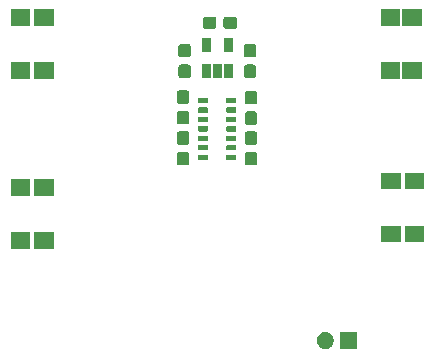
<source format=gbr>
G04 #@! TF.GenerationSoftware,KiCad,Pcbnew,(5.1.6-0-10_14)*
G04 #@! TF.CreationDate,2020-09-10T17:51:43+08:00*
G04 #@! TF.ProjectId,Watch_F4,57617463-685f-4463-942e-6b696361645f,rev?*
G04 #@! TF.SameCoordinates,Original*
G04 #@! TF.FileFunction,Soldermask,Bot*
G04 #@! TF.FilePolarity,Negative*
%FSLAX46Y46*%
G04 Gerber Fmt 4.6, Leading zero omitted, Abs format (unit mm)*
G04 Created by KiCad (PCBNEW (5.1.6-0-10_14)) date 2020-09-10 17:51:43*
%MOMM*%
%LPD*%
G01*
G04 APERTURE LIST*
%ADD10C,0.100000*%
G04 APERTURE END LIST*
D10*
G36*
X159875000Y-124625000D02*
G01*
X158425000Y-124625000D01*
X158425000Y-123175000D01*
X159875000Y-123175000D01*
X159875000Y-124625000D01*
G37*
G36*
X157291440Y-123188930D02*
G01*
X157361475Y-123202861D01*
X157493416Y-123257513D01*
X157612161Y-123336856D01*
X157713144Y-123437839D01*
X157792487Y-123556584D01*
X157847139Y-123688525D01*
X157875000Y-123828594D01*
X157875000Y-123971406D01*
X157847139Y-124111475D01*
X157792487Y-124243416D01*
X157713144Y-124362161D01*
X157612161Y-124463144D01*
X157493416Y-124542487D01*
X157361475Y-124597139D01*
X157291441Y-124611069D01*
X157221408Y-124625000D01*
X157078592Y-124625000D01*
X157008559Y-124611069D01*
X156938525Y-124597139D01*
X156806584Y-124542487D01*
X156687839Y-124463144D01*
X156586856Y-124362161D01*
X156507513Y-124243416D01*
X156452861Y-124111475D01*
X156425000Y-123971406D01*
X156425000Y-123828594D01*
X156452861Y-123688525D01*
X156507513Y-123556584D01*
X156586856Y-123437839D01*
X156687839Y-123336856D01*
X156806584Y-123257513D01*
X156938525Y-123202861D01*
X157008560Y-123188930D01*
X157078592Y-123175000D01*
X157221408Y-123175000D01*
X157291440Y-123188930D01*
G37*
G36*
X134155000Y-116150000D02*
G01*
X132505000Y-116150000D01*
X132505000Y-114750000D01*
X134155000Y-114750000D01*
X134155000Y-116150000D01*
G37*
G36*
X132195000Y-116150000D02*
G01*
X130545000Y-116150000D01*
X130545000Y-114750000D01*
X132195000Y-114750000D01*
X132195000Y-116150000D01*
G37*
G36*
X165525000Y-115600000D02*
G01*
X163875000Y-115600000D01*
X163875000Y-114200000D01*
X165525000Y-114200000D01*
X165525000Y-115600000D01*
G37*
G36*
X163565000Y-115600000D02*
G01*
X161915000Y-115600000D01*
X161915000Y-114200000D01*
X163565000Y-114200000D01*
X163565000Y-115600000D01*
G37*
G36*
X134155000Y-111650000D02*
G01*
X132505000Y-111650000D01*
X132505000Y-110250000D01*
X134155000Y-110250000D01*
X134155000Y-111650000D01*
G37*
G36*
X132195000Y-111650000D02*
G01*
X130545000Y-111650000D01*
X130545000Y-110250000D01*
X132195000Y-110250000D01*
X132195000Y-111650000D01*
G37*
G36*
X165525000Y-111100000D02*
G01*
X163875000Y-111100000D01*
X163875000Y-109700000D01*
X165525000Y-109700000D01*
X165525000Y-111100000D01*
G37*
G36*
X163565000Y-111100000D02*
G01*
X161915000Y-111100000D01*
X161915000Y-109700000D01*
X163565000Y-109700000D01*
X163565000Y-111100000D01*
G37*
G36*
X145453785Y-107949800D02*
G01*
X145498292Y-107963302D01*
X145539316Y-107985229D01*
X145575266Y-108014734D01*
X145604771Y-108050684D01*
X145626698Y-108091708D01*
X145640200Y-108136215D01*
X145645000Y-108184954D01*
X145645000Y-108855046D01*
X145640200Y-108903785D01*
X145626698Y-108948292D01*
X145604771Y-108989316D01*
X145575266Y-109025266D01*
X145539316Y-109054771D01*
X145498292Y-109076698D01*
X145453785Y-109090200D01*
X145405046Y-109095000D01*
X144834954Y-109095000D01*
X144786215Y-109090200D01*
X144741708Y-109076698D01*
X144700684Y-109054771D01*
X144664734Y-109025266D01*
X144635229Y-108989316D01*
X144613302Y-108948292D01*
X144599800Y-108903785D01*
X144595000Y-108855046D01*
X144595000Y-108184954D01*
X144599800Y-108136215D01*
X144613302Y-108091708D01*
X144635229Y-108050684D01*
X144664734Y-108014734D01*
X144700684Y-107985229D01*
X144741708Y-107963302D01*
X144786215Y-107949800D01*
X144834954Y-107945000D01*
X145405046Y-107945000D01*
X145453785Y-107949800D01*
G37*
G36*
X151203785Y-107944800D02*
G01*
X151248292Y-107958302D01*
X151289316Y-107980229D01*
X151325266Y-108009734D01*
X151354771Y-108045684D01*
X151376698Y-108086708D01*
X151390200Y-108131215D01*
X151395000Y-108179954D01*
X151395000Y-108850046D01*
X151390200Y-108898785D01*
X151376698Y-108943292D01*
X151354771Y-108984316D01*
X151325266Y-109020266D01*
X151289316Y-109049771D01*
X151248292Y-109071698D01*
X151203785Y-109085200D01*
X151155046Y-109090000D01*
X150584954Y-109090000D01*
X150536215Y-109085200D01*
X150491708Y-109071698D01*
X150450684Y-109049771D01*
X150414734Y-109020266D01*
X150385229Y-108984316D01*
X150363302Y-108943292D01*
X150349800Y-108898785D01*
X150345000Y-108850046D01*
X150345000Y-108179954D01*
X150349800Y-108131215D01*
X150363302Y-108086708D01*
X150385229Y-108045684D01*
X150414734Y-108009734D01*
X150450684Y-107980229D01*
X150491708Y-107958302D01*
X150536215Y-107944800D01*
X150584954Y-107940000D01*
X151155046Y-107940000D01*
X151203785Y-107944800D01*
G37*
G36*
X149554525Y-108176918D02*
G01*
X149570892Y-108181883D01*
X149585978Y-108189948D01*
X149599201Y-108200799D01*
X149610052Y-108214022D01*
X149618117Y-108229108D01*
X149623082Y-108245475D01*
X149625000Y-108264954D01*
X149625000Y-108535046D01*
X149623082Y-108554525D01*
X149618117Y-108570892D01*
X149610052Y-108585978D01*
X149599201Y-108599201D01*
X149585978Y-108610052D01*
X149570892Y-108618117D01*
X149554525Y-108623082D01*
X149535046Y-108625000D01*
X148864954Y-108625000D01*
X148845475Y-108623082D01*
X148829108Y-108618117D01*
X148814022Y-108610052D01*
X148800799Y-108599201D01*
X148789948Y-108585978D01*
X148781883Y-108570892D01*
X148776918Y-108554525D01*
X148775000Y-108535046D01*
X148775000Y-108264954D01*
X148776918Y-108245475D01*
X148781883Y-108229108D01*
X148789948Y-108214022D01*
X148800799Y-108200799D01*
X148814022Y-108189948D01*
X148829108Y-108181883D01*
X148845475Y-108176918D01*
X148864954Y-108175000D01*
X149535046Y-108175000D01*
X149554525Y-108176918D01*
G37*
G36*
X147154525Y-108176918D02*
G01*
X147170892Y-108181883D01*
X147185978Y-108189948D01*
X147199201Y-108200799D01*
X147210052Y-108214022D01*
X147218117Y-108229108D01*
X147223082Y-108245475D01*
X147225000Y-108264954D01*
X147225000Y-108535046D01*
X147223082Y-108554525D01*
X147218117Y-108570892D01*
X147210052Y-108585978D01*
X147199201Y-108599201D01*
X147185978Y-108610052D01*
X147170892Y-108618117D01*
X147154525Y-108623082D01*
X147135046Y-108625000D01*
X146464954Y-108625000D01*
X146445475Y-108623082D01*
X146429108Y-108618117D01*
X146414022Y-108610052D01*
X146400799Y-108599201D01*
X146389948Y-108585978D01*
X146381883Y-108570892D01*
X146376918Y-108554525D01*
X146375000Y-108535046D01*
X146375000Y-108264954D01*
X146376918Y-108245475D01*
X146381883Y-108229108D01*
X146389948Y-108214022D01*
X146400799Y-108200799D01*
X146414022Y-108189948D01*
X146429108Y-108181883D01*
X146445475Y-108176918D01*
X146464954Y-108175000D01*
X147135046Y-108175000D01*
X147154525Y-108176918D01*
G37*
G36*
X147154525Y-107376918D02*
G01*
X147170892Y-107381883D01*
X147185978Y-107389948D01*
X147199201Y-107400799D01*
X147210052Y-107414022D01*
X147218117Y-107429108D01*
X147223082Y-107445475D01*
X147225000Y-107464954D01*
X147225000Y-107735046D01*
X147223082Y-107754525D01*
X147218117Y-107770892D01*
X147210052Y-107785978D01*
X147199201Y-107799201D01*
X147185978Y-107810052D01*
X147170892Y-107818117D01*
X147154525Y-107823082D01*
X147135046Y-107825000D01*
X146464954Y-107825000D01*
X146445475Y-107823082D01*
X146429108Y-107818117D01*
X146414022Y-107810052D01*
X146400799Y-107799201D01*
X146389948Y-107785978D01*
X146381883Y-107770892D01*
X146376918Y-107754525D01*
X146375000Y-107735046D01*
X146375000Y-107464954D01*
X146376918Y-107445475D01*
X146381883Y-107429108D01*
X146389948Y-107414022D01*
X146400799Y-107400799D01*
X146414022Y-107389948D01*
X146429108Y-107381883D01*
X146445475Y-107376918D01*
X146464954Y-107375000D01*
X147135046Y-107375000D01*
X147154525Y-107376918D01*
G37*
G36*
X149554525Y-107376918D02*
G01*
X149570892Y-107381883D01*
X149585978Y-107389948D01*
X149599201Y-107400799D01*
X149610052Y-107414022D01*
X149618117Y-107429108D01*
X149623082Y-107445475D01*
X149625000Y-107464954D01*
X149625000Y-107735046D01*
X149623082Y-107754525D01*
X149618117Y-107770892D01*
X149610052Y-107785978D01*
X149599201Y-107799201D01*
X149585978Y-107810052D01*
X149570892Y-107818117D01*
X149554525Y-107823082D01*
X149535046Y-107825000D01*
X148864954Y-107825000D01*
X148845475Y-107823082D01*
X148829108Y-107818117D01*
X148814022Y-107810052D01*
X148800799Y-107799201D01*
X148789948Y-107785978D01*
X148781883Y-107770892D01*
X148776918Y-107754525D01*
X148775000Y-107735046D01*
X148775000Y-107464954D01*
X148776918Y-107445475D01*
X148781883Y-107429108D01*
X148789948Y-107414022D01*
X148800799Y-107400799D01*
X148814022Y-107389948D01*
X148829108Y-107381883D01*
X148845475Y-107376918D01*
X148864954Y-107375000D01*
X149535046Y-107375000D01*
X149554525Y-107376918D01*
G37*
G36*
X145453785Y-106199800D02*
G01*
X145498292Y-106213302D01*
X145539316Y-106235229D01*
X145575266Y-106264734D01*
X145604771Y-106300684D01*
X145626698Y-106341708D01*
X145640200Y-106386215D01*
X145645000Y-106434954D01*
X145645000Y-107105046D01*
X145640200Y-107153785D01*
X145626698Y-107198292D01*
X145604771Y-107239316D01*
X145575266Y-107275266D01*
X145539316Y-107304771D01*
X145498292Y-107326698D01*
X145453785Y-107340200D01*
X145405046Y-107345000D01*
X144834954Y-107345000D01*
X144786215Y-107340200D01*
X144741708Y-107326698D01*
X144700684Y-107304771D01*
X144664734Y-107275266D01*
X144635229Y-107239316D01*
X144613302Y-107198292D01*
X144599800Y-107153785D01*
X144595000Y-107105046D01*
X144595000Y-106434954D01*
X144599800Y-106386215D01*
X144613302Y-106341708D01*
X144635229Y-106300684D01*
X144664734Y-106264734D01*
X144700684Y-106235229D01*
X144741708Y-106213302D01*
X144786215Y-106199800D01*
X144834954Y-106195000D01*
X145405046Y-106195000D01*
X145453785Y-106199800D01*
G37*
G36*
X151203785Y-106194800D02*
G01*
X151248292Y-106208302D01*
X151289316Y-106230229D01*
X151325266Y-106259734D01*
X151354771Y-106295684D01*
X151376698Y-106336708D01*
X151390200Y-106381215D01*
X151395000Y-106429954D01*
X151395000Y-107100046D01*
X151390200Y-107148785D01*
X151376698Y-107193292D01*
X151354771Y-107234316D01*
X151325266Y-107270266D01*
X151289316Y-107299771D01*
X151248292Y-107321698D01*
X151203785Y-107335200D01*
X151155046Y-107340000D01*
X150584954Y-107340000D01*
X150536215Y-107335200D01*
X150491708Y-107321698D01*
X150450684Y-107299771D01*
X150414734Y-107270266D01*
X150385229Y-107234316D01*
X150363302Y-107193292D01*
X150349800Y-107148785D01*
X150345000Y-107100046D01*
X150345000Y-106429954D01*
X150349800Y-106381215D01*
X150363302Y-106336708D01*
X150385229Y-106295684D01*
X150414734Y-106259734D01*
X150450684Y-106230229D01*
X150491708Y-106208302D01*
X150536215Y-106194800D01*
X150584954Y-106190000D01*
X151155046Y-106190000D01*
X151203785Y-106194800D01*
G37*
G36*
X149554525Y-106576918D02*
G01*
X149570892Y-106581883D01*
X149585978Y-106589948D01*
X149599201Y-106600799D01*
X149610052Y-106614022D01*
X149618117Y-106629108D01*
X149623082Y-106645475D01*
X149625000Y-106664954D01*
X149625000Y-106935046D01*
X149623082Y-106954525D01*
X149618117Y-106970892D01*
X149610052Y-106985978D01*
X149599201Y-106999201D01*
X149585978Y-107010052D01*
X149570892Y-107018117D01*
X149554525Y-107023082D01*
X149535046Y-107025000D01*
X148864954Y-107025000D01*
X148845475Y-107023082D01*
X148829108Y-107018117D01*
X148814022Y-107010052D01*
X148800799Y-106999201D01*
X148789948Y-106985978D01*
X148781883Y-106970892D01*
X148776918Y-106954525D01*
X148775000Y-106935046D01*
X148775000Y-106664954D01*
X148776918Y-106645475D01*
X148781883Y-106629108D01*
X148789948Y-106614022D01*
X148800799Y-106600799D01*
X148814022Y-106589948D01*
X148829108Y-106581883D01*
X148845475Y-106576918D01*
X148864954Y-106575000D01*
X149535046Y-106575000D01*
X149554525Y-106576918D01*
G37*
G36*
X147154525Y-106576918D02*
G01*
X147170892Y-106581883D01*
X147185978Y-106589948D01*
X147199201Y-106600799D01*
X147210052Y-106614022D01*
X147218117Y-106629108D01*
X147223082Y-106645475D01*
X147225000Y-106664954D01*
X147225000Y-106935046D01*
X147223082Y-106954525D01*
X147218117Y-106970892D01*
X147210052Y-106985978D01*
X147199201Y-106999201D01*
X147185978Y-107010052D01*
X147170892Y-107018117D01*
X147154525Y-107023082D01*
X147135046Y-107025000D01*
X146464954Y-107025000D01*
X146445475Y-107023082D01*
X146429108Y-107018117D01*
X146414022Y-107010052D01*
X146400799Y-106999201D01*
X146389948Y-106985978D01*
X146381883Y-106970892D01*
X146376918Y-106954525D01*
X146375000Y-106935046D01*
X146375000Y-106664954D01*
X146376918Y-106645475D01*
X146381883Y-106629108D01*
X146389948Y-106614022D01*
X146400799Y-106600799D01*
X146414022Y-106589948D01*
X146429108Y-106581883D01*
X146445475Y-106576918D01*
X146464954Y-106575000D01*
X147135046Y-106575000D01*
X147154525Y-106576918D01*
G37*
G36*
X147154525Y-105776918D02*
G01*
X147170892Y-105781883D01*
X147185978Y-105789948D01*
X147199201Y-105800799D01*
X147210052Y-105814022D01*
X147218117Y-105829108D01*
X147223082Y-105845475D01*
X147225000Y-105864954D01*
X147225000Y-106135046D01*
X147223082Y-106154525D01*
X147218117Y-106170892D01*
X147210052Y-106185978D01*
X147199201Y-106199201D01*
X147185978Y-106210052D01*
X147170892Y-106218117D01*
X147154525Y-106223082D01*
X147135046Y-106225000D01*
X146464954Y-106225000D01*
X146445475Y-106223082D01*
X146429108Y-106218117D01*
X146414022Y-106210052D01*
X146400799Y-106199201D01*
X146389948Y-106185978D01*
X146381883Y-106170892D01*
X146376918Y-106154525D01*
X146375000Y-106135046D01*
X146375000Y-105864954D01*
X146376918Y-105845475D01*
X146381883Y-105829108D01*
X146389948Y-105814022D01*
X146400799Y-105800799D01*
X146414022Y-105789948D01*
X146429108Y-105781883D01*
X146445475Y-105776918D01*
X146464954Y-105775000D01*
X147135046Y-105775000D01*
X147154525Y-105776918D01*
G37*
G36*
X149554525Y-105776918D02*
G01*
X149570892Y-105781883D01*
X149585978Y-105789948D01*
X149599201Y-105800799D01*
X149610052Y-105814022D01*
X149618117Y-105829108D01*
X149623082Y-105845475D01*
X149625000Y-105864954D01*
X149625000Y-106135046D01*
X149623082Y-106154525D01*
X149618117Y-106170892D01*
X149610052Y-106185978D01*
X149599201Y-106199201D01*
X149585978Y-106210052D01*
X149570892Y-106218117D01*
X149554525Y-106223082D01*
X149535046Y-106225000D01*
X148864954Y-106225000D01*
X148845475Y-106223082D01*
X148829108Y-106218117D01*
X148814022Y-106210052D01*
X148800799Y-106199201D01*
X148789948Y-106185978D01*
X148781883Y-106170892D01*
X148776918Y-106154525D01*
X148775000Y-106135046D01*
X148775000Y-105864954D01*
X148776918Y-105845475D01*
X148781883Y-105829108D01*
X148789948Y-105814022D01*
X148800799Y-105800799D01*
X148814022Y-105789948D01*
X148829108Y-105781883D01*
X148845475Y-105776918D01*
X148864954Y-105775000D01*
X149535046Y-105775000D01*
X149554525Y-105776918D01*
G37*
G36*
X151203785Y-104524800D02*
G01*
X151248292Y-104538302D01*
X151289316Y-104560229D01*
X151325266Y-104589734D01*
X151354771Y-104625684D01*
X151376698Y-104666708D01*
X151390200Y-104711215D01*
X151395000Y-104759954D01*
X151395000Y-105430046D01*
X151390200Y-105478785D01*
X151376698Y-105523292D01*
X151354771Y-105564316D01*
X151325266Y-105600266D01*
X151289316Y-105629771D01*
X151248292Y-105651698D01*
X151203785Y-105665200D01*
X151155046Y-105670000D01*
X150584954Y-105670000D01*
X150536215Y-105665200D01*
X150491708Y-105651698D01*
X150450684Y-105629771D01*
X150414734Y-105600266D01*
X150385229Y-105564316D01*
X150363302Y-105523292D01*
X150349800Y-105478785D01*
X150345000Y-105430046D01*
X150345000Y-104759954D01*
X150349800Y-104711215D01*
X150363302Y-104666708D01*
X150385229Y-104625684D01*
X150414734Y-104589734D01*
X150450684Y-104560229D01*
X150491708Y-104538302D01*
X150536215Y-104524800D01*
X150584954Y-104520000D01*
X151155046Y-104520000D01*
X151203785Y-104524800D01*
G37*
G36*
X145443785Y-104479800D02*
G01*
X145488292Y-104493302D01*
X145529316Y-104515229D01*
X145565266Y-104544734D01*
X145594771Y-104580684D01*
X145616698Y-104621708D01*
X145630200Y-104666215D01*
X145635000Y-104714954D01*
X145635000Y-105385046D01*
X145630200Y-105433785D01*
X145616698Y-105478292D01*
X145594771Y-105519316D01*
X145565266Y-105555266D01*
X145529316Y-105584771D01*
X145488292Y-105606698D01*
X145443785Y-105620200D01*
X145395046Y-105625000D01*
X144824954Y-105625000D01*
X144776215Y-105620200D01*
X144731708Y-105606698D01*
X144690684Y-105584771D01*
X144654734Y-105555266D01*
X144625229Y-105519316D01*
X144603302Y-105478292D01*
X144589800Y-105433785D01*
X144585000Y-105385046D01*
X144585000Y-104714954D01*
X144589800Y-104666215D01*
X144603302Y-104621708D01*
X144625229Y-104580684D01*
X144654734Y-104544734D01*
X144690684Y-104515229D01*
X144731708Y-104493302D01*
X144776215Y-104479800D01*
X144824954Y-104475000D01*
X145395046Y-104475000D01*
X145443785Y-104479800D01*
G37*
G36*
X149554525Y-104976918D02*
G01*
X149570892Y-104981883D01*
X149585978Y-104989948D01*
X149599201Y-105000799D01*
X149610052Y-105014022D01*
X149618117Y-105029108D01*
X149623082Y-105045475D01*
X149625000Y-105064954D01*
X149625000Y-105335046D01*
X149623082Y-105354525D01*
X149618117Y-105370892D01*
X149610052Y-105385978D01*
X149599201Y-105399201D01*
X149585978Y-105410052D01*
X149570892Y-105418117D01*
X149554525Y-105423082D01*
X149535046Y-105425000D01*
X148864954Y-105425000D01*
X148845475Y-105423082D01*
X148829108Y-105418117D01*
X148814022Y-105410052D01*
X148800799Y-105399201D01*
X148789948Y-105385978D01*
X148781883Y-105370892D01*
X148776918Y-105354525D01*
X148775000Y-105335046D01*
X148775000Y-105064954D01*
X148776918Y-105045475D01*
X148781883Y-105029108D01*
X148789948Y-105014022D01*
X148800799Y-105000799D01*
X148814022Y-104989948D01*
X148829108Y-104981883D01*
X148845475Y-104976918D01*
X148864954Y-104975000D01*
X149535046Y-104975000D01*
X149554525Y-104976918D01*
G37*
G36*
X147154525Y-104976918D02*
G01*
X147170892Y-104981883D01*
X147185978Y-104989948D01*
X147199201Y-105000799D01*
X147210052Y-105014022D01*
X147218117Y-105029108D01*
X147223082Y-105045475D01*
X147225000Y-105064954D01*
X147225000Y-105335046D01*
X147223082Y-105354525D01*
X147218117Y-105370892D01*
X147210052Y-105385978D01*
X147199201Y-105399201D01*
X147185978Y-105410052D01*
X147170892Y-105418117D01*
X147154525Y-105423082D01*
X147135046Y-105425000D01*
X146464954Y-105425000D01*
X146445475Y-105423082D01*
X146429108Y-105418117D01*
X146414022Y-105410052D01*
X146400799Y-105399201D01*
X146389948Y-105385978D01*
X146381883Y-105370892D01*
X146376918Y-105354525D01*
X146375000Y-105335046D01*
X146375000Y-105064954D01*
X146376918Y-105045475D01*
X146381883Y-105029108D01*
X146389948Y-105014022D01*
X146400799Y-105000799D01*
X146414022Y-104989948D01*
X146429108Y-104981883D01*
X146445475Y-104976918D01*
X146464954Y-104975000D01*
X147135046Y-104975000D01*
X147154525Y-104976918D01*
G37*
G36*
X149554525Y-104176918D02*
G01*
X149570892Y-104181883D01*
X149585978Y-104189948D01*
X149599201Y-104200799D01*
X149610052Y-104214022D01*
X149618117Y-104229108D01*
X149623082Y-104245475D01*
X149625000Y-104264954D01*
X149625000Y-104535046D01*
X149623082Y-104554525D01*
X149618117Y-104570892D01*
X149610052Y-104585978D01*
X149599201Y-104599201D01*
X149585978Y-104610052D01*
X149570892Y-104618117D01*
X149554525Y-104623082D01*
X149535046Y-104625000D01*
X148864954Y-104625000D01*
X148845475Y-104623082D01*
X148829108Y-104618117D01*
X148814022Y-104610052D01*
X148800799Y-104599201D01*
X148789948Y-104585978D01*
X148781883Y-104570892D01*
X148776918Y-104554525D01*
X148775000Y-104535046D01*
X148775000Y-104264954D01*
X148776918Y-104245475D01*
X148781883Y-104229108D01*
X148789948Y-104214022D01*
X148800799Y-104200799D01*
X148814022Y-104189948D01*
X148829108Y-104181883D01*
X148845475Y-104176918D01*
X148864954Y-104175000D01*
X149535046Y-104175000D01*
X149554525Y-104176918D01*
G37*
G36*
X147154525Y-104176918D02*
G01*
X147170892Y-104181883D01*
X147185978Y-104189948D01*
X147199201Y-104200799D01*
X147210052Y-104214022D01*
X147218117Y-104229108D01*
X147223082Y-104245475D01*
X147225000Y-104264954D01*
X147225000Y-104535046D01*
X147223082Y-104554525D01*
X147218117Y-104570892D01*
X147210052Y-104585978D01*
X147199201Y-104599201D01*
X147185978Y-104610052D01*
X147170892Y-104618117D01*
X147154525Y-104623082D01*
X147135046Y-104625000D01*
X146464954Y-104625000D01*
X146445475Y-104623082D01*
X146429108Y-104618117D01*
X146414022Y-104610052D01*
X146400799Y-104599201D01*
X146389948Y-104585978D01*
X146381883Y-104570892D01*
X146376918Y-104554525D01*
X146375000Y-104535046D01*
X146375000Y-104264954D01*
X146376918Y-104245475D01*
X146381883Y-104229108D01*
X146389948Y-104214022D01*
X146400799Y-104200799D01*
X146414022Y-104189948D01*
X146429108Y-104181883D01*
X146445475Y-104176918D01*
X146464954Y-104175000D01*
X147135046Y-104175000D01*
X147154525Y-104176918D01*
G37*
G36*
X151203785Y-102774800D02*
G01*
X151248292Y-102788302D01*
X151289316Y-102810229D01*
X151325266Y-102839734D01*
X151354771Y-102875684D01*
X151376698Y-102916708D01*
X151390200Y-102961215D01*
X151395000Y-103009954D01*
X151395000Y-103680046D01*
X151390200Y-103728785D01*
X151376698Y-103773292D01*
X151354771Y-103814316D01*
X151325266Y-103850266D01*
X151289316Y-103879771D01*
X151248292Y-103901698D01*
X151203785Y-103915200D01*
X151155046Y-103920000D01*
X150584954Y-103920000D01*
X150536215Y-103915200D01*
X150491708Y-103901698D01*
X150450684Y-103879771D01*
X150414734Y-103850266D01*
X150385229Y-103814316D01*
X150363302Y-103773292D01*
X150349800Y-103728785D01*
X150345000Y-103680046D01*
X150345000Y-103009954D01*
X150349800Y-102961215D01*
X150363302Y-102916708D01*
X150385229Y-102875684D01*
X150414734Y-102839734D01*
X150450684Y-102810229D01*
X150491708Y-102788302D01*
X150536215Y-102774800D01*
X150584954Y-102770000D01*
X151155046Y-102770000D01*
X151203785Y-102774800D01*
G37*
G36*
X145443785Y-102729800D02*
G01*
X145488292Y-102743302D01*
X145529316Y-102765229D01*
X145565266Y-102794734D01*
X145594771Y-102830684D01*
X145616698Y-102871708D01*
X145630200Y-102916215D01*
X145635000Y-102964954D01*
X145635000Y-103635046D01*
X145630200Y-103683785D01*
X145616698Y-103728292D01*
X145594771Y-103769316D01*
X145565266Y-103805266D01*
X145529316Y-103834771D01*
X145488292Y-103856698D01*
X145443785Y-103870200D01*
X145395046Y-103875000D01*
X144824954Y-103875000D01*
X144776215Y-103870200D01*
X144731708Y-103856698D01*
X144690684Y-103834771D01*
X144654734Y-103805266D01*
X144625229Y-103769316D01*
X144603302Y-103728292D01*
X144589800Y-103683785D01*
X144585000Y-103635046D01*
X144585000Y-102964954D01*
X144589800Y-102916215D01*
X144603302Y-102871708D01*
X144625229Y-102830684D01*
X144654734Y-102794734D01*
X144690684Y-102765229D01*
X144731708Y-102743302D01*
X144776215Y-102729800D01*
X144824954Y-102725000D01*
X145395046Y-102725000D01*
X145443785Y-102729800D01*
G37*
G36*
X147154525Y-103376918D02*
G01*
X147170892Y-103381883D01*
X147185978Y-103389948D01*
X147199201Y-103400799D01*
X147210052Y-103414022D01*
X147218117Y-103429108D01*
X147223082Y-103445475D01*
X147225000Y-103464954D01*
X147225000Y-103735046D01*
X147223082Y-103754525D01*
X147218117Y-103770892D01*
X147210052Y-103785978D01*
X147199201Y-103799201D01*
X147185978Y-103810052D01*
X147170892Y-103818117D01*
X147154525Y-103823082D01*
X147135046Y-103825000D01*
X146464954Y-103825000D01*
X146445475Y-103823082D01*
X146429108Y-103818117D01*
X146414022Y-103810052D01*
X146400799Y-103799201D01*
X146389948Y-103785978D01*
X146381883Y-103770892D01*
X146376918Y-103754525D01*
X146375000Y-103735046D01*
X146375000Y-103464954D01*
X146376918Y-103445475D01*
X146381883Y-103429108D01*
X146389948Y-103414022D01*
X146400799Y-103400799D01*
X146414022Y-103389948D01*
X146429108Y-103381883D01*
X146445475Y-103376918D01*
X146464954Y-103375000D01*
X147135046Y-103375000D01*
X147154525Y-103376918D01*
G37*
G36*
X149554525Y-103376918D02*
G01*
X149570892Y-103381883D01*
X149585978Y-103389948D01*
X149599201Y-103400799D01*
X149610052Y-103414022D01*
X149618117Y-103429108D01*
X149623082Y-103445475D01*
X149625000Y-103464954D01*
X149625000Y-103735046D01*
X149623082Y-103754525D01*
X149618117Y-103770892D01*
X149610052Y-103785978D01*
X149599201Y-103799201D01*
X149585978Y-103810052D01*
X149570892Y-103818117D01*
X149554525Y-103823082D01*
X149535046Y-103825000D01*
X148864954Y-103825000D01*
X148845475Y-103823082D01*
X148829108Y-103818117D01*
X148814022Y-103810052D01*
X148800799Y-103799201D01*
X148789948Y-103785978D01*
X148781883Y-103770892D01*
X148776918Y-103754525D01*
X148775000Y-103735046D01*
X148775000Y-103464954D01*
X148776918Y-103445475D01*
X148781883Y-103429108D01*
X148789948Y-103414022D01*
X148800799Y-103400799D01*
X148814022Y-103389948D01*
X148829108Y-103381883D01*
X148845475Y-103376918D01*
X148864954Y-103375000D01*
X149535046Y-103375000D01*
X149554525Y-103376918D01*
G37*
G36*
X163515000Y-101750000D02*
G01*
X161865000Y-101750000D01*
X161865000Y-100350000D01*
X163515000Y-100350000D01*
X163515000Y-101750000D01*
G37*
G36*
X132195000Y-101750000D02*
G01*
X130545000Y-101750000D01*
X130545000Y-100350000D01*
X132195000Y-100350000D01*
X132195000Y-101750000D01*
G37*
G36*
X134155000Y-101750000D02*
G01*
X132505000Y-101750000D01*
X132505000Y-100350000D01*
X134155000Y-100350000D01*
X134155000Y-101750000D01*
G37*
G36*
X165333000Y-101750000D02*
G01*
X163683000Y-101750000D01*
X163683000Y-100350000D01*
X165333000Y-100350000D01*
X165333000Y-101750000D01*
G37*
G36*
X151123785Y-100549800D02*
G01*
X151168292Y-100563302D01*
X151209316Y-100585229D01*
X151245266Y-100614734D01*
X151274771Y-100650684D01*
X151296698Y-100691708D01*
X151310200Y-100736215D01*
X151315000Y-100784954D01*
X151315000Y-101455046D01*
X151310200Y-101503785D01*
X151296698Y-101548292D01*
X151274771Y-101589316D01*
X151245266Y-101625266D01*
X151209316Y-101654771D01*
X151168292Y-101676698D01*
X151123785Y-101690200D01*
X151075046Y-101695000D01*
X150504954Y-101695000D01*
X150456215Y-101690200D01*
X150411708Y-101676698D01*
X150370684Y-101654771D01*
X150334734Y-101625266D01*
X150305229Y-101589316D01*
X150283302Y-101548292D01*
X150269800Y-101503785D01*
X150265000Y-101455046D01*
X150265000Y-100784954D01*
X150269800Y-100736215D01*
X150283302Y-100691708D01*
X150305229Y-100650684D01*
X150334734Y-100614734D01*
X150370684Y-100585229D01*
X150411708Y-100563302D01*
X150456215Y-100549800D01*
X150504954Y-100545000D01*
X151075046Y-100545000D01*
X151123785Y-100549800D01*
G37*
G36*
X145583785Y-100549800D02*
G01*
X145628292Y-100563302D01*
X145669316Y-100585229D01*
X145705266Y-100614734D01*
X145734771Y-100650684D01*
X145756698Y-100691708D01*
X145770200Y-100736215D01*
X145775000Y-100784954D01*
X145775000Y-101455046D01*
X145770200Y-101503785D01*
X145756698Y-101548292D01*
X145734771Y-101589316D01*
X145705266Y-101625266D01*
X145669316Y-101654771D01*
X145628292Y-101676698D01*
X145583785Y-101690200D01*
X145535046Y-101695000D01*
X144964954Y-101695000D01*
X144916215Y-101690200D01*
X144871708Y-101676698D01*
X144830684Y-101654771D01*
X144794734Y-101625266D01*
X144765229Y-101589316D01*
X144743302Y-101548292D01*
X144729800Y-101503785D01*
X144725000Y-101455046D01*
X144725000Y-100784954D01*
X144729800Y-100736215D01*
X144743302Y-100691708D01*
X144765229Y-100650684D01*
X144794734Y-100614734D01*
X144830684Y-100585229D01*
X144871708Y-100563302D01*
X144916215Y-100549800D01*
X144964954Y-100545000D01*
X145535046Y-100545000D01*
X145583785Y-100549800D01*
G37*
G36*
X149345000Y-101675000D02*
G01*
X148595000Y-101675000D01*
X148595000Y-100515000D01*
X149345000Y-100515000D01*
X149345000Y-101675000D01*
G37*
G36*
X148395000Y-101675000D02*
G01*
X147645000Y-101675000D01*
X147645000Y-100515000D01*
X148395000Y-100515000D01*
X148395000Y-101675000D01*
G37*
G36*
X147445000Y-101675000D02*
G01*
X146695000Y-101675000D01*
X146695000Y-100515000D01*
X147445000Y-100515000D01*
X147445000Y-101675000D01*
G37*
G36*
X151123785Y-98799800D02*
G01*
X151168292Y-98813302D01*
X151209316Y-98835229D01*
X151245266Y-98864734D01*
X151274771Y-98900684D01*
X151296698Y-98941708D01*
X151310200Y-98986215D01*
X151315000Y-99034954D01*
X151315000Y-99705046D01*
X151310200Y-99753785D01*
X151296698Y-99798292D01*
X151274771Y-99839316D01*
X151245266Y-99875266D01*
X151209316Y-99904771D01*
X151168292Y-99926698D01*
X151123785Y-99940200D01*
X151075046Y-99945000D01*
X150504954Y-99945000D01*
X150456215Y-99940200D01*
X150411708Y-99926698D01*
X150370684Y-99904771D01*
X150334734Y-99875266D01*
X150305229Y-99839316D01*
X150283302Y-99798292D01*
X150269800Y-99753785D01*
X150265000Y-99705046D01*
X150265000Y-99034954D01*
X150269800Y-98986215D01*
X150283302Y-98941708D01*
X150305229Y-98900684D01*
X150334734Y-98864734D01*
X150370684Y-98835229D01*
X150411708Y-98813302D01*
X150456215Y-98799800D01*
X150504954Y-98795000D01*
X151075046Y-98795000D01*
X151123785Y-98799800D01*
G37*
G36*
X145583785Y-98799800D02*
G01*
X145628292Y-98813302D01*
X145669316Y-98835229D01*
X145705266Y-98864734D01*
X145734771Y-98900684D01*
X145756698Y-98941708D01*
X145770200Y-98986215D01*
X145775000Y-99034954D01*
X145775000Y-99705046D01*
X145770200Y-99753785D01*
X145756698Y-99798292D01*
X145734771Y-99839316D01*
X145705266Y-99875266D01*
X145669316Y-99904771D01*
X145628292Y-99926698D01*
X145583785Y-99940200D01*
X145535046Y-99945000D01*
X144964954Y-99945000D01*
X144916215Y-99940200D01*
X144871708Y-99926698D01*
X144830684Y-99904771D01*
X144794734Y-99875266D01*
X144765229Y-99839316D01*
X144743302Y-99798292D01*
X144729800Y-99753785D01*
X144725000Y-99705046D01*
X144725000Y-99034954D01*
X144729800Y-98986215D01*
X144743302Y-98941708D01*
X144765229Y-98900684D01*
X144794734Y-98864734D01*
X144830684Y-98835229D01*
X144871708Y-98813302D01*
X144916215Y-98799800D01*
X144964954Y-98795000D01*
X145535046Y-98795000D01*
X145583785Y-98799800D01*
G37*
G36*
X147445000Y-99475000D02*
G01*
X146695000Y-99475000D01*
X146695000Y-98315000D01*
X147445000Y-98315000D01*
X147445000Y-99475000D01*
G37*
G36*
X149345000Y-99475000D02*
G01*
X148595000Y-99475000D01*
X148595000Y-98315000D01*
X149345000Y-98315000D01*
X149345000Y-99475000D01*
G37*
G36*
X149493785Y-96489800D02*
G01*
X149538292Y-96503302D01*
X149579316Y-96525229D01*
X149615266Y-96554734D01*
X149644771Y-96590684D01*
X149666698Y-96631708D01*
X149680200Y-96676215D01*
X149685000Y-96724954D01*
X149685000Y-97295046D01*
X149680200Y-97343785D01*
X149666698Y-97388292D01*
X149644771Y-97429316D01*
X149615266Y-97465266D01*
X149579316Y-97494771D01*
X149538292Y-97516698D01*
X149493785Y-97530200D01*
X149445046Y-97535000D01*
X148774954Y-97535000D01*
X148726215Y-97530200D01*
X148681708Y-97516698D01*
X148640684Y-97494771D01*
X148604734Y-97465266D01*
X148575229Y-97429316D01*
X148553302Y-97388292D01*
X148539800Y-97343785D01*
X148535000Y-97295046D01*
X148535000Y-96724954D01*
X148539800Y-96676215D01*
X148553302Y-96631708D01*
X148575229Y-96590684D01*
X148604734Y-96554734D01*
X148640684Y-96525229D01*
X148681708Y-96503302D01*
X148726215Y-96489800D01*
X148774954Y-96485000D01*
X149445046Y-96485000D01*
X149493785Y-96489800D01*
G37*
G36*
X147743785Y-96489800D02*
G01*
X147788292Y-96503302D01*
X147829316Y-96525229D01*
X147865266Y-96554734D01*
X147894771Y-96590684D01*
X147916698Y-96631708D01*
X147930200Y-96676215D01*
X147935000Y-96724954D01*
X147935000Y-97295046D01*
X147930200Y-97343785D01*
X147916698Y-97388292D01*
X147894771Y-97429316D01*
X147865266Y-97465266D01*
X147829316Y-97494771D01*
X147788292Y-97516698D01*
X147743785Y-97530200D01*
X147695046Y-97535000D01*
X147024954Y-97535000D01*
X146976215Y-97530200D01*
X146931708Y-97516698D01*
X146890684Y-97494771D01*
X146854734Y-97465266D01*
X146825229Y-97429316D01*
X146803302Y-97388292D01*
X146789800Y-97343785D01*
X146785000Y-97295046D01*
X146785000Y-96724954D01*
X146789800Y-96676215D01*
X146803302Y-96631708D01*
X146825229Y-96590684D01*
X146854734Y-96554734D01*
X146890684Y-96525229D01*
X146931708Y-96503302D01*
X146976215Y-96489800D01*
X147024954Y-96485000D01*
X147695046Y-96485000D01*
X147743785Y-96489800D01*
G37*
G36*
X134155000Y-97250000D02*
G01*
X132505000Y-97250000D01*
X132505000Y-95850000D01*
X134155000Y-95850000D01*
X134155000Y-97250000D01*
G37*
G36*
X132195000Y-97250000D02*
G01*
X130545000Y-97250000D01*
X130545000Y-95850000D01*
X132195000Y-95850000D01*
X132195000Y-97250000D01*
G37*
G36*
X163515000Y-97250000D02*
G01*
X161865000Y-97250000D01*
X161865000Y-95850000D01*
X163515000Y-95850000D01*
X163515000Y-97250000D01*
G37*
G36*
X165333000Y-97250000D02*
G01*
X163683000Y-97250000D01*
X163683000Y-95850000D01*
X165333000Y-95850000D01*
X165333000Y-97250000D01*
G37*
M02*

</source>
